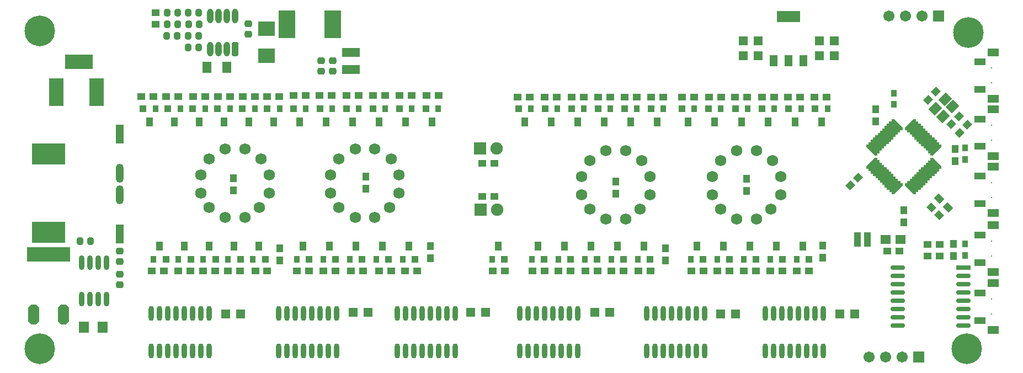
<source format=gbs>
G04*
G04 #@! TF.GenerationSoftware,Altium Limited,Altium Designer,20.0.9 (164)*
G04*
G04 Layer_Color=16711935*
%FSLAX25Y25*%
%MOIN*%
G70*
G01*
G75*
%ADD18R,0.06300X0.05300*%
%ADD20R,0.16548X0.08674*%
%ADD21R,0.08674X0.16548*%
%ADD22C,0.06706*%
%ADD23R,0.06706X0.06706*%
%ADD24C,0.00800*%
%ADD25C,0.18517*%
%ADD26C,0.07493*%
%ADD27R,0.07493X0.07493*%
%ADD28C,0.06800*%
%ADD81R,0.20485X0.12611*%
%ADD82R,0.06300X0.07000*%
G04:AMPARAMS|DCode=83|XSize=43mil|YSize=38mil|CornerRadius=0mil|HoleSize=0mil|Usage=FLASHONLY|Rotation=45.000|XOffset=0mil|YOffset=0mil|HoleType=Round|Shape=Rectangle|*
%AMROTATEDRECTD83*
4,1,4,-0.00177,-0.02864,-0.02864,-0.00177,0.00177,0.02864,0.02864,0.00177,-0.00177,-0.02864,0.0*
%
%ADD83ROTATEDRECTD83*%

%ADD84R,0.03950X0.04800*%
%ADD85R,0.03800X0.04300*%
G04:AMPARAMS|DCode=86|XSize=19.81mil|YSize=90.68mil|CornerRadius=0mil|HoleSize=0mil|Usage=FLASHONLY|Rotation=135.000|XOffset=0mil|YOffset=0mil|HoleType=Round|Shape=Round|*
%AMOVALD86*
21,1,0.07087,0.01981,0.00000,0.00000,225.0*
1,1,0.01981,0.02506,0.02506*
1,1,0.01981,-0.02506,-0.02506*
%
%ADD86OVALD86*%

G04:AMPARAMS|DCode=87|XSize=19.81mil|YSize=90.68mil|CornerRadius=0mil|HoleSize=0mil|Usage=FLASHONLY|Rotation=225.000|XOffset=0mil|YOffset=0mil|HoleType=Round|Shape=Round|*
%AMOVALD87*
21,1,0.07087,0.01981,0.00000,0.00000,315.0*
1,1,0.01981,-0.02506,0.02506*
1,1,0.01981,0.02506,-0.02506*
%
%ADD87OVALD87*%

G04:AMPARAMS|DCode=88|XSize=55.24mil|YSize=63.12mil|CornerRadius=0mil|HoleSize=0mil|Usage=FLASHONLY|Rotation=135.000|XOffset=0mil|YOffset=0mil|HoleType=Round|Shape=Rectangle|*
%AMROTATEDRECTD88*
4,1,4,0.04185,0.00278,-0.00278,-0.04185,-0.04185,-0.00278,0.00278,0.04185,0.04185,0.00278,0.0*
%
%ADD88ROTATEDRECTD88*%

%ADD89R,0.06706X0.03950*%
%ADD90R,0.06706X0.05131*%
G04:AMPARAMS|DCode=91|XSize=43mil|YSize=38mil|CornerRadius=0mil|HoleSize=0mil|Usage=FLASHONLY|Rotation=315.000|XOffset=0mil|YOffset=0mil|HoleType=Round|Shape=Rectangle|*
%AMROTATEDRECTD91*
4,1,4,-0.02864,0.00177,-0.00177,0.02864,0.02864,-0.00177,0.00177,-0.02864,-0.02864,0.00177,0.0*
%
%ADD91ROTATEDRECTD91*%

G04:AMPARAMS|DCode=92|XSize=48mil|YSize=39.5mil|CornerRadius=0mil|HoleSize=0mil|Usage=FLASHONLY|Rotation=135.000|XOffset=0mil|YOffset=0mil|HoleType=Round|Shape=Rectangle|*
%AMROTATEDRECTD92*
4,1,4,0.03094,-0.00301,0.00301,-0.03094,-0.03094,0.00301,-0.00301,0.03094,0.03094,-0.00301,0.0*
%
%ADD92ROTATEDRECTD92*%

%ADD93R,0.04800X0.03950*%
%ADD94R,0.04300X0.08800*%
%ADD95R,0.08800X0.02769*%
%ADD96O,0.08800X0.02769*%
%ADD97R,0.05800X0.05800*%
%ADD98R,0.14383X0.06902*%
%ADD99R,0.05131X0.06902*%
%ADD100R,0.05131X0.06902*%
%ADD101O,0.03800X0.08800*%
G04:AMPARAMS|DCode=102|XSize=88mil|YSize=38mil|CornerRadius=0mil|HoleSize=0mil|Usage=FLASHONLY|Rotation=90.000|XOffset=0mil|YOffset=0mil|HoleType=Round|Shape=Octagon|*
%AMOCTAGOND102*
4,1,8,0.00950,0.04400,-0.00950,0.04400,-0.01900,0.03450,-0.01900,-0.03450,-0.00950,-0.04400,0.00950,-0.04400,0.01900,-0.03450,0.01900,0.03450,0.00950,0.04400,0.0*
%
%ADD102OCTAGOND102*%

%ADD103R,0.10249X0.16548*%
G04:AMPARAMS|DCode=104|XSize=45mil|YSize=40mil|CornerRadius=12mil|HoleSize=0mil|Usage=FLASHONLY|Rotation=90.000|XOffset=0mil|YOffset=0mil|HoleType=Round|Shape=RoundedRectangle|*
%AMROUNDEDRECTD104*
21,1,0.04500,0.01600,0,0,90.0*
21,1,0.02100,0.04000,0,0,90.0*
1,1,0.02400,0.00800,0.01050*
1,1,0.02400,0.00800,-0.01050*
1,1,0.02400,-0.00800,-0.01050*
1,1,0.02400,-0.00800,0.01050*
%
%ADD104ROUNDEDRECTD104*%
%ADD105R,0.10800X0.05800*%
%ADD106R,0.05800X0.06800*%
G04:AMPARAMS|DCode=107|XSize=45mil|YSize=40mil|CornerRadius=12mil|HoleSize=0mil|Usage=FLASHONLY|Rotation=0.000|XOffset=0mil|YOffset=0mil|HoleType=Round|Shape=RoundedRectangle|*
%AMROUNDEDRECTD107*
21,1,0.04500,0.01600,0,0,0.0*
21,1,0.02100,0.04000,0,0,0.0*
1,1,0.02400,0.01050,-0.00800*
1,1,0.02400,-0.01050,-0.00800*
1,1,0.02400,-0.01050,0.00800*
1,1,0.02400,0.01050,0.00800*
%
%ADD107ROUNDEDRECTD107*%
%ADD108R,0.04500X0.04000*%
%ADD109R,0.10249X0.08674*%
G04:AMPARAMS|DCode=110|XSize=118.24mil|YSize=67.06mil|CornerRadius=0mil|HoleSize=0mil|Usage=FLASHONLY|Rotation=90.000|XOffset=0mil|YOffset=0mil|HoleType=Round|Shape=Octagon|*
%AMOCTAGOND110*
4,1,8,0.01676,0.05912,-0.01676,0.05912,-0.03353,0.04235,-0.03353,-0.04235,-0.01676,-0.05912,0.01676,-0.05912,0.03353,-0.04235,0.03353,0.04235,0.01676,0.05912,0.0*
%
%ADD110OCTAGOND110*%

%ADD111R,0.26391X0.08674*%
%ADD112O,0.04737X0.11430*%
%ADD113R,0.04737X0.11430*%
%ADD114O,0.03200X0.08800*%
%ADD115R,0.05800X0.05800*%
%ADD116O,0.03162X0.09068*%
%ADD117R,0.04400X0.05800*%
%ADD118R,0.04400X0.04400*%
%ADD119R,0.03800X0.04400*%
D18*
X640000Y185000D02*
D03*
X631000D02*
D03*
D20*
X143780Y292504D02*
D03*
D21*
X130000Y274000D02*
D03*
X154409D02*
D03*
D22*
X633000Y320000D02*
D03*
X643000D02*
D03*
X653000D02*
D03*
X621000Y114000D02*
D03*
X631000D02*
D03*
X641000D02*
D03*
D23*
X663000Y320000D02*
D03*
X651000Y114000D02*
D03*
D24*
X695016Y288602D02*
D03*
Y279547D02*
D03*
X695000Y254055D02*
D03*
Y245000D02*
D03*
Y219528D02*
D03*
Y210472D02*
D03*
Y184000D02*
D03*
Y174945D02*
D03*
Y149000D02*
D03*
Y139945D02*
D03*
D25*
X681000Y310000D02*
D03*
X680000Y119000D02*
D03*
X120000D02*
D03*
Y311000D02*
D03*
D26*
X396500Y203000D02*
D03*
X396000Y240000D02*
D03*
D27*
X386500Y203000D02*
D03*
X386000Y240000D02*
D03*
D28*
X552906Y197331D02*
D03*
X561764Y203236D02*
D03*
X567669Y212094D02*
D03*
Y222921D02*
D03*
X562748Y232764D02*
D03*
X552906Y238669D02*
D03*
X541094D02*
D03*
X531252Y232764D02*
D03*
X526331Y222921D02*
D03*
Y212094D02*
D03*
X531252Y203236D02*
D03*
X541094Y197331D02*
D03*
X473906D02*
D03*
X482764Y203236D02*
D03*
X488669Y212094D02*
D03*
Y222921D02*
D03*
X483748Y232764D02*
D03*
X473906Y238669D02*
D03*
X462094D02*
D03*
X452252Y232764D02*
D03*
X447331Y222921D02*
D03*
Y212094D02*
D03*
X452252Y203236D02*
D03*
X462094Y197331D02*
D03*
X322406Y198331D02*
D03*
X331264Y204236D02*
D03*
X337169Y213094D02*
D03*
Y223921D02*
D03*
X332248Y233764D02*
D03*
X322406Y239669D02*
D03*
X310594D02*
D03*
X300752Y233764D02*
D03*
X295831Y223921D02*
D03*
Y213094D02*
D03*
X300752Y204236D02*
D03*
X310594Y198331D02*
D03*
X243906D02*
D03*
X252764Y204236D02*
D03*
X258669Y213094D02*
D03*
Y223921D02*
D03*
X253748Y233764D02*
D03*
X243906Y239669D02*
D03*
X232094D02*
D03*
X222252Y233764D02*
D03*
X217331Y223921D02*
D03*
Y213094D02*
D03*
X222252Y204236D02*
D03*
X232094Y198331D02*
D03*
D81*
X125439Y189378D02*
D03*
Y236622D02*
D03*
D82*
X157951Y132000D02*
D03*
X146731D02*
D03*
D83*
X680404Y254404D02*
D03*
X675525Y249525D02*
D03*
X670596Y254596D02*
D03*
X675475Y259475D02*
D03*
X609596Y217596D02*
D03*
X614475Y222475D02*
D03*
X661404Y274404D02*
D03*
X656525Y269525D02*
D03*
D84*
X673000Y232350D02*
D03*
Y239650D02*
D03*
X625000Y263650D02*
D03*
Y256350D02*
D03*
X672000Y175000D02*
D03*
Y182300D02*
D03*
X642000Y195350D02*
D03*
Y202650D02*
D03*
X468000Y220000D02*
D03*
Y212700D02*
D03*
X237000Y214700D02*
D03*
Y222000D02*
D03*
X317000Y215700D02*
D03*
Y223000D02*
D03*
X547000Y214350D02*
D03*
Y221650D02*
D03*
X593000Y174000D02*
D03*
Y181300D02*
D03*
X498000Y172350D02*
D03*
Y179650D02*
D03*
X356000Y173700D02*
D03*
Y181000D02*
D03*
X265000Y172350D02*
D03*
Y179650D02*
D03*
D85*
X679000Y240400D02*
D03*
Y233500D02*
D03*
X636000Y266600D02*
D03*
Y273500D02*
D03*
X679000Y182400D02*
D03*
Y175500D02*
D03*
D86*
X646112Y254423D02*
D03*
X647504Y253031D02*
D03*
X648896Y251639D02*
D03*
X650288Y250247D02*
D03*
X651680Y248855D02*
D03*
X653072Y247463D02*
D03*
X654463Y246072D02*
D03*
X655855Y244680D02*
D03*
X657247Y243288D02*
D03*
X658639Y241896D02*
D03*
X660031Y240504D02*
D03*
X661423Y239112D02*
D03*
X637959Y215648D02*
D03*
X636567Y217039D02*
D03*
X635175Y218431D02*
D03*
X633783Y219823D02*
D03*
X632391Y221215D02*
D03*
X630999Y222607D02*
D03*
X629607Y223999D02*
D03*
X628215Y225391D02*
D03*
X626823Y226783D02*
D03*
X625431Y228175D02*
D03*
X624039Y229567D02*
D03*
X622648Y230959D02*
D03*
D87*
X661423Y230888D02*
D03*
X660031Y229496D02*
D03*
X658639Y228104D02*
D03*
X657247Y226712D02*
D03*
X655855Y225320D02*
D03*
X654463Y223928D02*
D03*
X653072Y222537D02*
D03*
X651680Y221145D02*
D03*
X650288Y219753D02*
D03*
X648896Y218361D02*
D03*
X647504Y216969D02*
D03*
X646112Y215577D02*
D03*
X622577Y239112D02*
D03*
X623969Y240504D02*
D03*
X625361Y241896D02*
D03*
X626753Y243288D02*
D03*
X628145Y244680D02*
D03*
X629537Y246072D02*
D03*
X630928Y247463D02*
D03*
X632320Y248855D02*
D03*
X633712Y250247D02*
D03*
X635104Y251639D02*
D03*
X636496Y253031D02*
D03*
X637888Y254423D02*
D03*
D88*
X661000Y264000D02*
D03*
X665525Y259475D02*
D03*
X671324Y265414D02*
D03*
X666869Y269869D02*
D03*
D89*
X688126Y275807D02*
D03*
Y292343D02*
D03*
X688110Y241260D02*
D03*
Y257795D02*
D03*
Y206732D02*
D03*
Y223268D02*
D03*
Y171205D02*
D03*
Y187740D02*
D03*
Y136205D02*
D03*
Y152740D02*
D03*
D90*
X696000Y270000D02*
D03*
Y298150D02*
D03*
X695984Y235453D02*
D03*
Y263602D02*
D03*
Y200925D02*
D03*
Y229075D02*
D03*
Y165398D02*
D03*
Y193547D02*
D03*
Y130398D02*
D03*
Y158547D02*
D03*
D91*
X663404Y199596D02*
D03*
X658525Y204475D02*
D03*
D92*
X663419Y209581D02*
D03*
X668581Y204419D02*
D03*
D93*
X663650Y175000D02*
D03*
X656350D02*
D03*
X663650Y182000D02*
D03*
X656350D02*
D03*
X632000Y178000D02*
D03*
X639300D02*
D03*
X584650Y166000D02*
D03*
X577350D02*
D03*
X568650D02*
D03*
X561350D02*
D03*
X536650D02*
D03*
X529350D02*
D03*
X552650D02*
D03*
X545350D02*
D03*
X521000D02*
D03*
X513700D02*
D03*
X472650D02*
D03*
X465350D02*
D03*
X489000D02*
D03*
X481700D02*
D03*
X457000D02*
D03*
X449700D02*
D03*
X440650D02*
D03*
X433350D02*
D03*
X425000D02*
D03*
X417700D02*
D03*
X401000D02*
D03*
X393700D02*
D03*
X387350Y211000D02*
D03*
X394650D02*
D03*
X387350Y231000D02*
D03*
X394650D02*
D03*
X282650Y166000D02*
D03*
X275350D02*
D03*
X298650D02*
D03*
X291350D02*
D03*
X315300D02*
D03*
X308000D02*
D03*
X332300D02*
D03*
X325000D02*
D03*
X348000D02*
D03*
X340700D02*
D03*
X211150D02*
D03*
X203850D02*
D03*
X195000D02*
D03*
X187700D02*
D03*
X257500D02*
D03*
X250200D02*
D03*
X241150D02*
D03*
X233850D02*
D03*
X226150D02*
D03*
X218850D02*
D03*
X212700Y271500D02*
D03*
X220000D02*
D03*
X556350Y271000D02*
D03*
X563650D02*
D03*
X524350D02*
D03*
X531650D02*
D03*
X508000D02*
D03*
X515300D02*
D03*
X572000D02*
D03*
X579300D02*
D03*
X588000D02*
D03*
X595300D02*
D03*
X540000D02*
D03*
X547300D02*
D03*
X227700Y271500D02*
D03*
X235000D02*
D03*
X257500D02*
D03*
X264800D02*
D03*
X473350Y271000D02*
D03*
X480650D02*
D03*
X441350D02*
D03*
X448650D02*
D03*
X489350D02*
D03*
X496650D02*
D03*
X457350D02*
D03*
X464650D02*
D03*
X425000D02*
D03*
X432300D02*
D03*
X408700D02*
D03*
X416000D02*
D03*
X273350Y272000D02*
D03*
X280650D02*
D03*
X305350D02*
D03*
X312650D02*
D03*
X321350D02*
D03*
X328650D02*
D03*
X353700D02*
D03*
X361000D02*
D03*
X337350D02*
D03*
X344650D02*
D03*
X289000D02*
D03*
X296300D02*
D03*
X242700Y271500D02*
D03*
X250000D02*
D03*
X196350D02*
D03*
X203650D02*
D03*
X181350D02*
D03*
X188650D02*
D03*
D94*
X620000Y185000D02*
D03*
X614000D02*
D03*
D95*
X678000Y168000D02*
D03*
D96*
Y163000D02*
D03*
Y158000D02*
D03*
Y153000D02*
D03*
Y148000D02*
D03*
Y143000D02*
D03*
Y138000D02*
D03*
Y133000D02*
D03*
X638500D02*
D03*
Y138000D02*
D03*
Y143000D02*
D03*
Y148000D02*
D03*
Y153000D02*
D03*
Y158000D02*
D03*
Y163000D02*
D03*
Y168000D02*
D03*
D97*
X591000Y296000D02*
D03*
Y305000D02*
D03*
X600000D02*
D03*
Y296000D02*
D03*
X554000Y305000D02*
D03*
Y296000D02*
D03*
X545000D02*
D03*
Y305000D02*
D03*
D98*
X572417Y319549D02*
D03*
D99*
X563362Y292974D02*
D03*
X572417D02*
D03*
D100*
X581472D02*
D03*
D101*
X233000Y320000D02*
D03*
X223000Y300000D02*
D03*
X228000D02*
D03*
X238000Y320000D02*
D03*
X228000D02*
D03*
X223000D02*
D03*
X233000Y300000D02*
D03*
D102*
X238000D02*
D03*
D103*
X297000Y315000D02*
D03*
X269441D02*
D03*
D104*
X216000Y301000D02*
D03*
X209787D02*
D03*
X203000Y308000D02*
D03*
X196787D02*
D03*
X203213Y322000D02*
D03*
X197000D02*
D03*
X209787Y308000D02*
D03*
X216000D02*
D03*
Y322000D02*
D03*
X209787D02*
D03*
X203213Y315000D02*
D03*
X197000D02*
D03*
X216213D02*
D03*
X210000D02*
D03*
X150652Y184000D02*
D03*
X144439D02*
D03*
D105*
X308000Y287764D02*
D03*
Y298000D02*
D03*
D106*
X221000Y289000D02*
D03*
X233000D02*
D03*
D107*
X290000Y286787D02*
D03*
Y293000D02*
D03*
X297000Y286787D02*
D03*
Y293000D02*
D03*
X246000Y309000D02*
D03*
Y315213D02*
D03*
X168439Y164000D02*
D03*
Y157787D02*
D03*
Y178000D02*
D03*
Y171787D02*
D03*
D108*
X190000Y322000D02*
D03*
Y315000D02*
D03*
D109*
X257000Y296000D02*
D03*
Y312535D02*
D03*
D110*
X134439Y139780D02*
D03*
X116447D02*
D03*
D111*
X125439Y176000D02*
D03*
D112*
X168439Y212000D02*
D03*
Y225189D02*
D03*
D113*
Y188378D02*
D03*
Y248811D02*
D03*
D114*
X145439Y171000D02*
D03*
X150439D02*
D03*
X155439D02*
D03*
X160439D02*
D03*
X145439Y149000D02*
D03*
X155439D02*
D03*
X160439D02*
D03*
X150439D02*
D03*
D115*
X232500Y140000D02*
D03*
X241500D02*
D03*
X309500Y141000D02*
D03*
X318500D02*
D03*
X380500D02*
D03*
X389500D02*
D03*
X455500D02*
D03*
X464500D02*
D03*
X531500Y140000D02*
D03*
X540500D02*
D03*
X603500D02*
D03*
X612500D02*
D03*
D116*
X558500Y140319D02*
D03*
X563500D02*
D03*
X568500D02*
D03*
X573500D02*
D03*
X578500D02*
D03*
X583500D02*
D03*
X588500D02*
D03*
X593500D02*
D03*
X558500Y117681D02*
D03*
X563500D02*
D03*
X568500D02*
D03*
X573500D02*
D03*
X578500D02*
D03*
X583500D02*
D03*
X588500D02*
D03*
X593500D02*
D03*
X486814Y140319D02*
D03*
X491814D02*
D03*
X496814D02*
D03*
X501814D02*
D03*
X506814D02*
D03*
X511814D02*
D03*
X516814D02*
D03*
X521814D02*
D03*
X486814Y117681D02*
D03*
X491814Y117681D02*
D03*
X496814Y117681D02*
D03*
X501814D02*
D03*
X506814D02*
D03*
X511814D02*
D03*
X516814Y117681D02*
D03*
X521814Y117681D02*
D03*
X410100Y140319D02*
D03*
X415100D02*
D03*
X420100D02*
D03*
X425100D02*
D03*
X430100D02*
D03*
X435100D02*
D03*
X440100D02*
D03*
X445100D02*
D03*
X410100Y117681D02*
D03*
X415100D02*
D03*
X420100D02*
D03*
X425100D02*
D03*
X430100D02*
D03*
X435100D02*
D03*
X440100D02*
D03*
X445100D02*
D03*
X335900Y140319D02*
D03*
X340900D02*
D03*
X345900D02*
D03*
X350900D02*
D03*
X355900D02*
D03*
X360900D02*
D03*
X365900D02*
D03*
X370900D02*
D03*
X335900Y117681D02*
D03*
X340900Y117681D02*
D03*
X345900Y117681D02*
D03*
X350900D02*
D03*
X355900D02*
D03*
X360900D02*
D03*
X365900Y117681D02*
D03*
X370900Y117681D02*
D03*
X264214Y140319D02*
D03*
X269214D02*
D03*
X274214D02*
D03*
X279214D02*
D03*
X284214D02*
D03*
X289214D02*
D03*
X294214D02*
D03*
X299214D02*
D03*
X264214Y117681D02*
D03*
X269214Y117681D02*
D03*
X274214Y117681D02*
D03*
X279214D02*
D03*
X284214D02*
D03*
X289214D02*
D03*
X294214Y117681D02*
D03*
X299214Y117681D02*
D03*
X187500Y140319D02*
D03*
X192500D02*
D03*
X197500D02*
D03*
X202500D02*
D03*
X207500D02*
D03*
X212500D02*
D03*
X217500D02*
D03*
X222500D02*
D03*
X187500Y117681D02*
D03*
X192500Y117681D02*
D03*
X197500Y117681D02*
D03*
X202500D02*
D03*
X207500D02*
D03*
X212500D02*
D03*
X217500Y117681D02*
D03*
X222500Y117681D02*
D03*
D117*
X576300Y256000D02*
D03*
X592300D02*
D03*
X560000D02*
D03*
X544000D02*
D03*
X527800D02*
D03*
X511800D02*
D03*
X493000D02*
D03*
X477000D02*
D03*
X461000D02*
D03*
X445000D02*
D03*
X429000D02*
D03*
X413000D02*
D03*
X397000Y181000D02*
D03*
X357000Y256000D02*
D03*
X341000D02*
D03*
X325000D02*
D03*
X309000D02*
D03*
X293000D02*
D03*
X277000D02*
D03*
X207500Y181000D02*
D03*
X192500D02*
D03*
X186300Y256000D02*
D03*
X201300D02*
D03*
X216300D02*
D03*
X231300D02*
D03*
X246300D02*
D03*
X261300D02*
D03*
X517000Y181000D02*
D03*
X469000D02*
D03*
X533000D02*
D03*
X565000D02*
D03*
X581000D02*
D03*
X549000D02*
D03*
X421000D02*
D03*
X453000D02*
D03*
X485000D02*
D03*
X437000D02*
D03*
X311000D02*
D03*
X343000D02*
D03*
X295000D02*
D03*
X279000D02*
D03*
X327000D02*
D03*
X237500D02*
D03*
X222500D02*
D03*
X252500D02*
D03*
D118*
X572500Y264000D02*
D03*
X588500D02*
D03*
X556200D02*
D03*
X540200D02*
D03*
X524000D02*
D03*
X508000D02*
D03*
X489200D02*
D03*
X473200D02*
D03*
X457200D02*
D03*
X441200D02*
D03*
X425200D02*
D03*
X409200D02*
D03*
X400800Y173000D02*
D03*
X353200Y264000D02*
D03*
X337200D02*
D03*
X321200D02*
D03*
X305200D02*
D03*
X289200D02*
D03*
X273200D02*
D03*
X211300Y173000D02*
D03*
X196300D02*
D03*
X182500Y264000D02*
D03*
X197500D02*
D03*
X212500D02*
D03*
X227500D02*
D03*
X242500D02*
D03*
X257500D02*
D03*
X520800Y173000D02*
D03*
X472800D02*
D03*
X536800D02*
D03*
X568800D02*
D03*
X584800D02*
D03*
X552800D02*
D03*
X424800D02*
D03*
X456800D02*
D03*
X488800D02*
D03*
X440800D02*
D03*
X314800D02*
D03*
X346800D02*
D03*
X298800D02*
D03*
X282800D02*
D03*
X330800D02*
D03*
X241300D02*
D03*
X226300D02*
D03*
X256300D02*
D03*
D119*
X580000Y264000D02*
D03*
X596000D02*
D03*
X563700D02*
D03*
X547700D02*
D03*
X531500D02*
D03*
X515500D02*
D03*
X496700D02*
D03*
X480700D02*
D03*
X464700D02*
D03*
X448700D02*
D03*
X432700D02*
D03*
X416700D02*
D03*
X393300Y173000D02*
D03*
X360700Y264000D02*
D03*
X344700D02*
D03*
X328700D02*
D03*
X312700D02*
D03*
X296700D02*
D03*
X280700D02*
D03*
X203800Y173000D02*
D03*
X188800D02*
D03*
X190000Y264000D02*
D03*
X205000D02*
D03*
X220000D02*
D03*
X235000D02*
D03*
X250000D02*
D03*
X265000D02*
D03*
X513300Y173000D02*
D03*
X465300D02*
D03*
X529300D02*
D03*
X561300D02*
D03*
X577300D02*
D03*
X545300D02*
D03*
X417300D02*
D03*
X449300D02*
D03*
X481300D02*
D03*
X433300D02*
D03*
X307300D02*
D03*
X339300D02*
D03*
X291300D02*
D03*
X275300D02*
D03*
X323300D02*
D03*
X233800D02*
D03*
X218800D02*
D03*
X248800D02*
D03*
M02*

</source>
